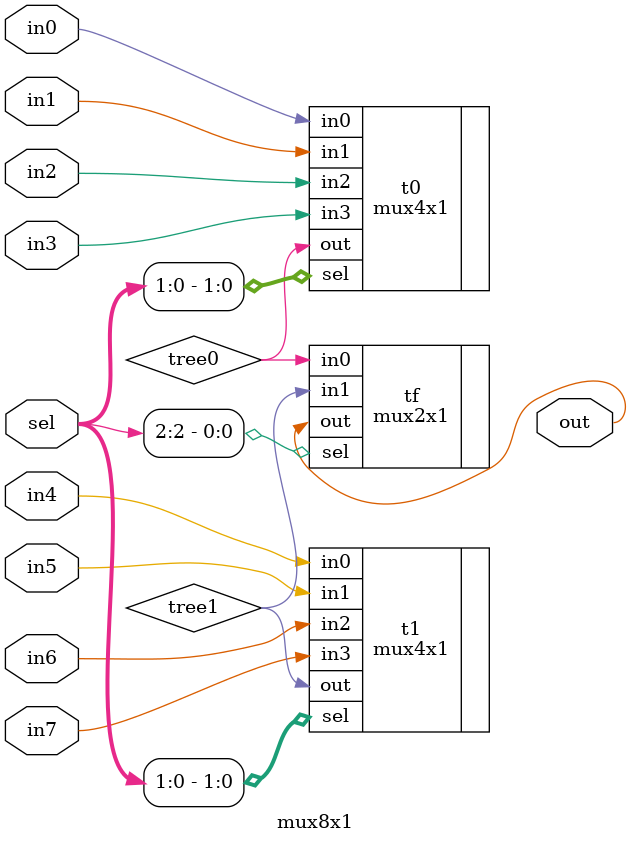
<source format=v>
module mux8x1 #(
  parameter W = 1
  )(
  input  [2:0] sel,
  input  [W-1:0] in0,
  input  [W-1:0] in1,
  input  [W-1:0] in2,
  input  [W-1:0] in3,
  input  [W-1:0] in4,
  input  [W-1:0] in5,
  input  [W-1:0] in6,
  input  [W-1:0] in7,
  output [W-1:0] out);

  wire [W-1:0] tree0;
  wire [W-1:0] tree1;

  mux4x1 #(.W(W)) t0 (
    .sel (sel[1:0]),
    .in0 (in0),
    .in1 (in1),
    .in2 (in2),
    .in3 (in3),
    .out (tree0));

  mux4x1 #(.W(W)) t1 (
    .sel (sel[1:0]),
    .in0 (in4),
    .in1 (in5),
    .in2 (in6),
    .in3 (in7),
    .out (tree1));

  mux2x1 #(.W(W)) tf (
    .sel (sel[2]),
    .in0 (tree0),
    .in1 (tree1),
    .out (out));

endmodule

</source>
